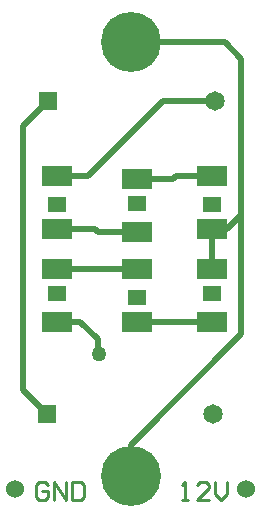
<source format=gbr>
%TF.GenerationSoftware,Altium Limited,Altium Designer,22.4.2 (48)*%
G04 Layer_Physical_Order=1*
G04 Layer_Color=255*
%FSLAX26Y26*%
%MOIN*%
%TF.SameCoordinates,31C44E49-19BD-49CD-A116-05C5AD78183A*%
%TF.FilePolarity,Positive*%
%TF.FileFunction,Copper,L1,Top,Signal*%
%TF.Part,Single*%
G01*
G75*
%TA.AperFunction,SMDPad,CuDef*%
%ADD10R,0.100000X0.068000*%
%TA.AperFunction,Conductor*%
%ADD11C,0.020000*%
%TA.AperFunction,NonConductor*%
%ADD12C,0.010000*%
%TA.AperFunction,ViaPad*%
%ADD13C,0.060000*%
%ADD14C,0.200000*%
%TA.AperFunction,ComponentPad*%
%ADD15R,0.064961X0.064961*%
%ADD16C,0.064961*%
%TA.AperFunction,ViaPad*%
%ADD17C,0.050000*%
G36*
X500512Y1012559D02*
X439488D01*
Y1063780D01*
X500512D01*
Y1012559D01*
D02*
G37*
G36*
X750512Y1008779D02*
X689488D01*
Y1060000D01*
X750512D01*
Y1008779D01*
D02*
G37*
G36*
X235512D02*
X174488D01*
Y1060000D01*
X235512D01*
Y1008779D01*
D02*
G37*
G36*
X750512Y712559D02*
X689488D01*
Y763779D01*
X750512D01*
Y712559D01*
D02*
G37*
G36*
X235512D02*
X174488D01*
Y763779D01*
X235512D01*
Y712559D01*
D02*
G37*
G36*
X500512Y698779D02*
X439488D01*
Y750000D01*
X500512D01*
Y698779D01*
D02*
G37*
D10*
X720000Y643780D02*
D03*
Y818780D02*
D03*
X470000D02*
D03*
Y643780D02*
D03*
X205000D02*
D03*
Y818780D02*
D03*
X720000Y1128780D02*
D03*
Y953780D02*
D03*
X470000Y943780D02*
D03*
Y1118780D02*
D03*
X205000Y1128780D02*
D03*
Y953780D02*
D03*
D11*
X90000Y1295000D02*
X175000Y1380000D01*
X90000Y415000D02*
X170000Y335000D01*
X90000Y415000D02*
Y1295000D01*
X279860Y643780D02*
X339260Y584380D01*
Y540740D02*
X345000Y535000D01*
X339260Y540740D02*
Y584380D01*
X205000Y643780D02*
X279860D01*
X818000Y601000D02*
Y1000000D01*
X450000Y1575000D02*
X763000D01*
X818000Y1520000D01*
X450000Y233000D02*
X818000Y601000D01*
X450000Y130000D02*
Y233000D01*
X720000Y953780D02*
X771780D01*
X818000Y1000000D01*
Y1520000D01*
X558220Y1380000D02*
X730118D01*
X307000Y1128780D02*
X558220Y1380000D01*
X205000Y1128780D02*
X307000D01*
X720000Y818780D02*
Y953780D01*
X342000Y943780D02*
X470000D01*
X332000Y953780D02*
X342000Y943780D01*
X205000Y953780D02*
X332000D01*
X600000Y1128780D02*
X720000D01*
X590000Y1118780D02*
X600000Y1128780D01*
X470000Y1118780D02*
X590000D01*
X205000Y818780D02*
X470000D01*
Y643780D02*
X720000D01*
D12*
X620000Y50000D02*
X639994D01*
X629997D01*
Y109981D01*
X620000Y99984D01*
X709971Y50000D02*
X669984D01*
X709971Y89987D01*
Y99984D01*
X699974Y109981D01*
X679981D01*
X669984Y99984D01*
X729964Y109981D02*
Y69993D01*
X749958Y50000D01*
X769952Y69993D01*
Y109981D01*
X174987Y99984D02*
X164990Y109981D01*
X144997D01*
X135000Y99984D01*
Y59997D01*
X144997Y50000D01*
X164990D01*
X174987Y59997D01*
Y79990D01*
X154994D01*
X194981Y50000D02*
Y109981D01*
X234968Y50000D01*
Y109981D01*
X254961D02*
Y50000D01*
X284952D01*
X294948Y59997D01*
Y99984D01*
X284952Y109981D01*
X254961D01*
D13*
X65000Y85000D02*
D03*
X835000D02*
D03*
D14*
X450000Y130000D02*
D03*
Y1575000D02*
D03*
D15*
X170000Y335000D02*
D03*
X175000Y1380000D02*
D03*
D16*
X725118Y335000D02*
D03*
X730118Y1380000D02*
D03*
D17*
X345000Y535000D02*
D03*
%TF.MD5,f871d698783c0c26686d7c4b9b836df8*%
M02*

</source>
